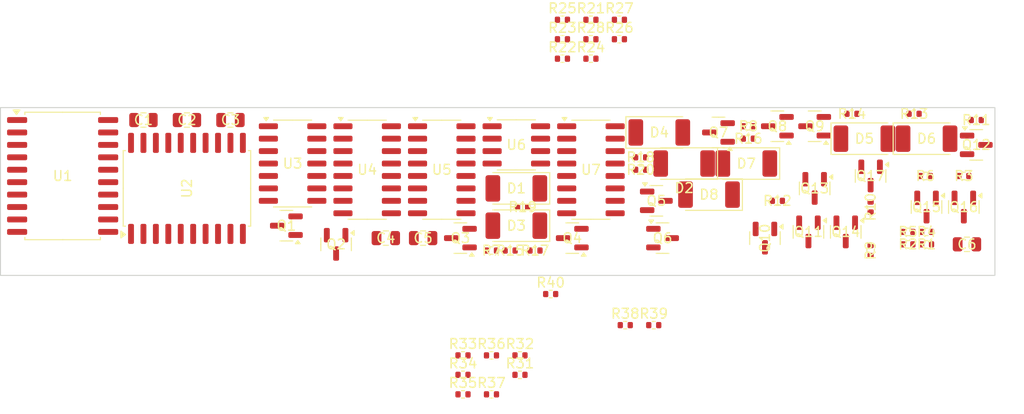
<source format=kicad_pcb>
(kicad_pcb (version 20240108) (generator "pcbnew") (generator_version "8.0")
  (layers (0 "F.Cu" signal) (31 "B.Cu" signal) (34 "B.Paste" user) (35 "F.Paste" user) (36 "B.SilkS" user "B.Silkscreen") (37 "F.SilkS" user "F.Silkscreen") (38 "B.Mask" user) (39 "F.Mask" user) (44 "Edge.Cuts" user))
  (net 0 "")
  (net 1 "+5V")
  (net 2 "GNDD")
  (net 3 "/V_{TTL}")
  (net 4 "/V_{TST}")
  (net 5 "Net-(D1-A)")
  (net 6 "Net-(D2-A)")
  (net 7 "Net-(D3-A)")
  (net 8 "Net-(D3-K)")
  (net 9 "Net-(D4-A)")
  (net 10 "Net-(D4-K)")
  (net 11 "Net-(D5-A)")
  (net 12 "/~{RESET}")
  (net 13 "/GNDDRV_{0}")
  (net 14 "/D_{0}")
  (net 15 "/D_{1}")
  (net 16 "/VDAC_EN_{0}")
  (net 17 "/VTST_EN_{0}")
  (net 18 "/D_{2}")
  (net 19 "/D_{3}")
  (net 20 "/TTL_HI_EN_{0}")
  (net 21 "/WR_{0}")
  (net 22 "/PU_EN_{0}")
  (net 23 "/D_{4}")
  (net 24 "/D_{5}")
  (net 25 "Net-(D5-K)")
  (net 26 "/D_{6}")
  (net 27 "/D_{7}")
  (net 28 "/PD_EN_{0}")
  (net 29 "/GNDDRV_{1}")
  (net 30 "/VDAC_EN_{1}")
  (net 31 "/VTST_EN_{1}")
  (net 32 "/TTL_CLK_EN_{0}")
  (net 33 "/WR_{1}")
  (net 34 "/PU_EN_{1}")
  (net 35 "Net-(D6-K)")
  (net 36 "Net-(D6-A)")
  (net 37 "/PD_EN_{1}")
  (net 38 "/I_{BIAS}_{1}")
  (net 39 "/I_{BIAS}_{0}")
  (net 40 "/ϕ_{0}")
  (net 41 "/ϕ_{1}")
  (net 42 "/CMP_{0}")
  (net 43 "/V_{TH}")
  (net 44 "/OUT_{1}")
  (net 45 "/OUT_{0}")
  (net 46 "/CMP_{1}")
  (net 47 "/V_{ADJ}")
  (net 48 "Net-(R19-Pad2)")
  (net 49 "Net-(R20-Pad2)")
  (net 50 "Net-(D7-A)")
  (net 51 "/VDAC_{0}")
  (net 52 "Net-(D8-A)")
  (net 53 "Net-(Q1-C)")
  (net 54 "Net-(Q1-B)")
  (net 55 "GNDA")
  (net 56 "-5V")
  (net 57 "Net-(Q2-C)")
  (net 58 "Net-(Q3-B)")
  (net 59 "Net-(Q4-E)")
  (net 60 "Net-(Q4-C)")
  (net 61 "Net-(Q5-B)")
  (net 62 "Net-(Q7-B)")
  (net 63 "Net-(Q8-E)")
  (net 64 "/V_{PU}")
  (net 65 "Net-(Q8-B)")
  (net 66 "/TTL_LO_EN_{0}")
  (net 67 "Net-(Q10-B)")
  (net 68 "Net-(Q11-B)")
  (net 69 "/TTL_HI_EN_{1}")
  (net 70 "/TTL_CLK_EN_{1}")
  (net 71 "Net-(Q12-C)")
  (net 72 "Net-(Q13-C)")
  (net 73 "Net-(R15-Pad1)")
  (net 74 "Net-(R16-Pad1)")
  (net 75 "/VDAC_{1}")
  (net 76 "Net-(Q14-E)")
  (net 77 "Net-(R27-Pad1)")
  (net 78 "/DRV_{0}")
  (net 79 "/DRV_{1}")
  (net 80 "Net-(R28-Pad1)")
  (net 81 "/TTL_LO_EN_{1}")
  (net 82 "Net-(Q15-B)")
  (net 83 "Net-(Q15-E)")
  (net 84 "Net-(Q16-E)")
  (net 85 "Net-(Q16-B)")
  (net 86 "Net-(Q17-E)")
  (net 87 "/V_{SR}")
  (net 88 "Net-(U4-Za)")
  (net 89 "Net-(U5-Za)")
  (net 90 "Net-(U7A-+)")
  (net 91 "Net-(U7B-+)")
  (net 92 "Net-(U7A--)")
  (net 93 "Net-(U7B--)")
  (net 94 "Net-(U7A-SET)")
  (net 95 "Net-(U7D--)")
  (net 96 "Net-(U7C--)")
  (footprint "Capacitor_SMD:C_0805_2012Metric" (layer "F.Cu") (at 79.0425 48.26)
    (property "Reference" "C3" (at 0 0 0) (layer "F.SilkS"))
    (property "Value" "C_Small")
    (pad "1" smd roundrect (at -0.95 0) (size 1 1.45) (layers "F.Cu" "F.Paste" "F.Mask") (net 1 "+5V"))
    (pad "2" smd roundrect (at 0.95 0) (size 1 1.45) (layers "F.Cu" "F.Paste" "F.Mask") (net 2 "GNDD"))
  )
  (footprint "Package_TO_SOT_SMD:SOT-23" (layer "F.Cu") (at 144.4475 53.975 -90)
    (property "Reference" "Q17" (at 0 0 180) (layer "F.SilkS"))
    (property "Value" "MMBT2222AL")
    (pad "1" smd roundrect (at -0.9375 -0.95 270) (size 1.475 0.6) (layers "F.Cu" "F.Paste" "F.Mask") (net 2 "GNDD"))
    (pad "2" smd roundrect (at -0.9375 0.95 270) (size 1.475 0.6) (layers "F.Cu" "F.Paste" "F.Mask") (net 86 "Net-(Q17-E)"))
    (pad "3" smd roundrect (at 0.9375 0 270) (size 1.475 0.6) (layers "F.Cu" "F.Paste" "F.Mask") (net 39 "/I_{BIAS}_{0}"))
  )
  (footprint "Resistor_SMD:R_0402_1005Metric" (layer "F.Cu") (at 120.9525 53.34)
    (property "Reference" "R20" (at 0 0 0) (layer "F.SilkS"))
    (property "Value" "2.7k")
    (pad "1" smd roundrect (at -0.51 0) (size 0.54 0.64) (layers "F.Cu" "F.Paste" "F.Mask") (net 10 "Net-(D4-K)"))
    (pad "2" smd roundrect (at 0.51 0) (size 0.54 0.64) (layers "F.Cu" "F.Paste" "F.Mask") (net 49 "Net-(R20-Pad2)"))
  )
  (footprint "Resistor_SMD:R_0402_1005Metric" (layer "F.Cu") (at 144.4475 57.15 90)
    (property "Reference" "R10" (at 0 0 90) (layer "F.SilkS"))
    (property "Value" "1k")
    (pad "1" smd roundrect (at -0.51 0 90) (size 0.54 0.64) (layers "F.Cu" "F.Paste" "F.Mask") (net 56 "-5V"))
    (pad "2" smd roundrect (at 0.51 0 90) (size 0.54 0.64) (layers "F.Cu" "F.Paste" "F.Mask") (net 86 "Net-(Q17-E)"))
  )
  (footprint "Resistor_SMD:R_0402_1005Metric" (layer "F.Cu") (at 110.1575 61.595)
    (property "Reference" "R17" (at 0 0 0) (layer "F.SilkS"))
    (property "Value" "2.7k")
    (pad "1" smd roundrect (at -0.51 0) (size 0.54 0.64) (layers "F.Cu" "F.Paste" "F.Mask") (net 45 "/OUT_{0}"))
    (pad "2" smd roundrect (at 0.51 0) (size 0.54 0.64) (layers "F.Cu" "F.Paste" "F.Mask") (net 8 "Net-(D3-K)"))
  )
  (footprint "Package_TO_SOT_SMD:SOT-23" (layer "F.Cu") (at 128.905 49.53 180)
    (property "Reference" "Q7" (at 0 0 0) (layer "F.SilkS"))
    (property "Value" "MMBT2907AL")
    (pad "1" smd roundrect (at -0.9375 -0.95 180) (size 1.475 0.6) (layers "F.Cu" "F.Paste" "F.Mask") (net 62 "Net-(Q7-B)"))
    (pad "2" smd roundrect (at -0.9375 0.95 180) (size 1.475 0.6) (layers "F.Cu" "F.Paste" "F.Mask") (net 64 "/V_{PU}"))
    (pad "3" smd roundrect (at 0.9375 0 180) (size 1.475 0.6) (layers "F.Cu" "F.Paste" "F.Mask") (net 9 "Net-(D4-A)"))
  )
  (footprint "Diode_SMD:D_MELF" (layer "F.Cu") (at 127.9375 55.88 180)
    (property "Reference" "D8" (at 0 0 180) (layer "F.SilkS"))
    (property "Value" "SM4001")
    (pad "1" smd roundrect (at -2.4 0 180) (size 1.5 2.7) (layers "F.Cu" "F.Paste" "F.Mask") (roundrect_rratio 0.1666666667) (net 44 "/OUT_{1}"))
    (pad "2" smd roundrect (at 2.4 0 180) (size 1.5 2.7) (layers "F.Cu" "F.Paste" "F.Mask") (roundrect_rratio 0.1666666667) (net 52 "Net-(D8-A)"))
  )
  (footprint "Package_TO_SOT_SMD:SOT-23" (layer "F.Cu") (at 138.0975 59.69 -90)
    (property "Reference" "Q11" (at 0 0 180) (layer "F.SilkS"))
    (property "Value" "MMBT2222AL")
    (pad "1" smd roundrect (at -0.9375 -0.95 270) (size 1.475 0.6) (layers "F.Cu" "F.Paste" "F.Mask") (net 68 "Net-(Q11-B)"))
    (pad "2" smd roundrect (at -0.9375 0.95 270) (size 1.475 0.6) (layers "F.Cu" "F.Paste" "F.Mask") (net 2 "GNDD"))
    (pad "3" smd roundrect (at 0.9375 0 270) (size 1.475 0.6) (layers "F.Cu" "F.Paste" "F.Mask") (net 79 "/DRV_{1}"))
  )
  (footprint "Diode_SMD:D_MELF" (layer "F.Cu") (at 122.8575 49.53)
    (property "Reference" "D4" (at 0 0 0) (layer "F.SilkS"))
    (property "Value" "BYM13-30")
    (pad "1" smd roundrect (at -2.4 0) (size 1.5 2.7) (layers "F.Cu" "F.Paste" "F.Mask") (roundrect_rratio 0.1666666667) (net 10 "Net-(D4-K)"))
    (pad "2" smd roundrect (at 2.4 0) (size 1.5 2.7) (layers "F.Cu" "F.Paste" "F.Mask") (roundrect_rratio 0.1666666667) (net 9 "Net-(D4-A)"))
  )
  (footprint "Resistor_SMD:R_0402_1005Metric" (layer "F.Cu") (at 108.6225 72.305)
    (property "Reference" "R32" (at 0 -1.17 0) (layer "F.SilkS"))
    (property "Value" "2.7k")
    (pad "1" smd roundrect (at -0.51 0) (size 0.54 0.64) (layers "F.Cu" "F.Paste" "F.Mask") (net 31 "/VTST_EN_{1}"))
    (pad "2" smd roundrect (at 0.51 0) (size 0.54 0.64) (layers "F.Cu" "F.Paste" "F.Mask") (net 53 "Net-(Q1-C)"))
  )
  (footprint "Resistor_SMD:R_0402_1005Metric" (layer "F.Cu") (at 102.8025 72.305)
    (property "Reference" "R33" (at 0 -1.17 0) (layer "F.SilkS"))
    (property "Value" "2.7k")
    (pad "1" smd roundrect (at -0.51 0) (size 0.54 0.64) (layers "F.Cu" "F.Paste" "F.Mask") (net 67 "Net-(Q10-B)"))
    (pad "2" smd roundrect (at 0.51 0) (size 0.54 0.64) (layers "F.Cu" "F.Paste" "F.Mask") (net 1 "+5V"))
  )
  (footprint "Capacitor_SMD:C_0805_2012Metric" (layer "F.Cu") (at 74.5975 48.26)
    (property "Reference" "C2" (at 0 0 0) (layer "F.SilkS"))
    (property "Value" "C_Small")
    (pad "1" smd roundrect (at -0.95 0) (size 1 1.45) (layers "F.Cu" "F.Paste" "F.Mask") (net 1 "+5V"))
    (pad "2" smd roundrect (at 0.95 0) (size 1 1.45) (layers "F.Cu" "F.Paste" "F.Mask") (net 2 "GNDD"))
  )
  (footprint "Resistor_SMD:R_0402_1005Metric" (layer "F.Cu") (at 111.76 66.04)
    (property "Reference" "R40" (at 0 -1.17 0) (layer "F.SilkS"))
    (property "Value" "1k")
    (pad "1" smd roundrect (at -0.51 0) (size 0.54 0.64) (layers "F.Cu" "F.Paste" "F.Mask") (net 94 "Net-(U7A-SET)"))
    (pad "2" smd roundrect (at 0.51 0) (size 0.54 0.64) (layers "F.Cu" "F.Paste" "F.Mask") (net 60 "Net-(Q4-C)"))
  )
  (footprint "Package_TO_SOT_SMD:SOT-23" (layer "F.Cu") (at 138.7325 48.895 180)
    (property "Reference" "Q9" (at 0 0 0) (layer "F.SilkS"))
    (property "Value" "MMBT2222AL")
    (pad "1" smd roundrect (at -0.9375 -0.95 180) (size 1.475 0.6) (layers "F.Cu" "F.Paste" "F.Mask") (net 63 "Net-(Q8-E)"))
    (pad "2" smd roundrect (at -0.9375 0.95 180) (size 1.475 0.6) (layers "F.Cu" "F.Paste" "F.Mask") (net 2 "GNDD"))
    (pad "3" smd roundrect (at 0.9375 0 180) (size 1.475 0.6) (layers "F.Cu" "F.Paste" "F.Mask") (net 65 "Net-(Q8-B)"))
  )
  (footprint "Diode_SMD:D_MELF" (layer "F.Cu") (at 108.2525 59.055 180)
    (property "Reference" "D3" (at 0 0 180) (layer "F.SilkS"))
    (property "Value" "BYM13-30")
    (pad "1" smd roundrect (at -2.4 0 180) (size 1.5 2.7) (layers "F.Cu" "F.Paste" "F.Mask") (roundrect_rratio 0.1666666667) (net 8 "Net-(D3-K)"))
    (pad "2" smd roundrect (at 2.4 0 180) (size 1.5 2.7) (layers "F.Cu" "F.Paste" "F.Mask") (roundrect_rratio 0.1666666667) (net 7 "Net-(D3-A)"))
  )
  (footprint "Capacitor_SMD:C_0805_2012Metric" (layer "F.Cu") (at 70.1525 48.26)
    (property "Reference" "C1" (at 0 0 0) (layer "F.SilkS"))
    (property "Value" "C_Small")
    (pad "1" smd roundrect (at -0.95 0) (size 1 1.45) (layers "F.Cu" "F.Paste" "F.Mask") (net 1 "+5V"))
    (pad "2" smd roundrect (at 0.95 0) (size 1 1.45) (layers "F.Cu" "F.Paste" "F.Mask") (net 2 "GNDD"))
  )
  (footprint "Resistor_SMD:R_0402_1005Metric" (layer "F.Cu") (at 122.29 69.215)
    (property "Reference" "R39" (at 0 -1.17 0) (layer "F.SilkS"))
    (property "Value" "1k")
    (pad "1" smd roundrect (at -0.51 0) (size 0.54 0.64) (layers "F.Cu" "F.Paste" "F.Mask") (net 57 "Net-(Q2-C)"))
    (pad "2" smd roundrect (at 0.51 0) (size 0.54 0.64) (layers "F.Cu" "F.Paste" "F.Mask") (net 4 "/V_{TST}"))
  )
  (footprint "Package_SO:SOIC-20W_7.5x12.8mm_P1.27mm" (layer "F.Cu") (at 61.8975 53.975)
    (property "Reference" "U1" (at 0 0 0) (layer "F.SilkS"))
    (property "Value" "74HCT273")
    (pad "1" smd roundrect (at -4.65 -5.715) (size 2.05 0.6) (layers "F.Cu" "F.Paste" "F.Mask") (net 12 "/~{RESET}"))
    (pad "2" smd roundrect (at -4.65 -4.445) (size 2.05 0.6) (layers "F.Cu" "F.Paste" "F.Mask") (net 13 "/GNDDRV_{0}"))
    (pad "3" smd roundrect (at -4.65 -3.175) (size 2.05 0.6) (layers "F.Cu" "F.Paste" "F.Mask") (net 14 "/D_{0}"))
    (pad "4" smd roundrect (at -4.65 -1.905) (size 2.05 0.6) (layers "F.Cu" "F.Paste" "F.Mask") (net 15 "/D_{1}"))
    (pad "5" smd roundrect (at -4.65 -0.635) (size 2.05 0.6) (layers "F.Cu" "F.Paste" "F.Mask") (net 16 "/VDAC_EN_{0}"))
    (pad "6" smd roundrect (at -4.65 0.635) (size 2.05 0.6) (layers "F.Cu" "F.Paste" "F.Mask") (net 17 "/VTST_EN_{0}"))
    (pad "7" smd roundrect (at -4.65 1.905) (size 2.05 0.6) (layers "F.Cu" "F.Paste" "F.Mask") (net 18 "/D_{2}"))
    (pad "8" smd roundrect (at -4.65 3.175) (size 2.05 0.6) (layers "F.Cu" "F.Paste" "F.Mask") (net 19 "/D_{3}"))
    (pad "9" smd roundrect (at -4.65 4.445) (size 2.05 0.6) (layers "F.Cu" "F.Paste" "F.Mask") (net 20 "/TTL_HI_EN_{0}"))
    (pad "10" smd roundrect (at -4.65 5.715) (size 2.05 0.6) (layers "F.Cu" "F.Paste" "F.Mask") (net 2 "GNDD"))
    (pad "11" smd roundrect (at 4.65 5.715) (size 2.05 0.6) (layers "F.Cu" "F.Paste" "F.Mask") (net 21 "/WR_{0}"))
    (pad "12" smd roundrect (at 4.65 4.445) (size 2.05 0.6) (layers "F.Cu" "F.Paste" "F.Mask") (net 22 "/PU_EN_{0}"))
    (pad "13" smd roundrect (at 4.65 3.175) (size 2.05 0.6) (layers "F.Cu" "F.Paste" "F.Mask") (net 23 "/D_{4}"))
    (pad "14" smd roundrect (at 4.65 1.905) (size 2.05 0.6) (layers "F.Cu" "F.Paste" "F.Mask") (net 24 "/D_{5}"))
    (pad "15" smd roundrect (at 4.65 0.635) (size 2.05 0.6) (layers "F.Cu" "F.Paste" "F.Mask") (net 66 "/TTL_LO_EN_{0}"))
    (pad "16" smd roundrect (at 4.65 -0.635) (size 2.05 0.6) (layers "F.Cu" "F.Paste" "F.Mask") (net 32 "/TTL_CLK_EN_{0}"))
    (pad "17" smd roundrect (at 4.65 -1.905) (size 2.05 0.6) (layers "F.Cu" "F.Paste" "F.Mask") (net 26 "/D_{6}"))
    (pad "18" smd roundrect (at 4.65 -3.175) (size 2.05 0.6) (layers "F.Cu" "F.Paste" "F.Mask") (net 27 "/D_{7}"))
    (pad "19" smd roundrect (at 4.65 -4.445) (size 2.05 0.6) (layers "F.Cu" "F.Paste" "F.Mask") (net 28 "/PD_EN_{0}"))
    (pad "20" smd roundrect (at 4.65 -5.715) (size 2.05 0.6) (layers "F.Cu" "F.Paste" "F.Mask") (net 1 "+5V"))
  )
  (footprint "Resistor_SMD:R_0402_1005Metric" (layer "F.Cu") (at 155.2425 48.26)
    (property "Reference" "R11" (at 0 0 0) (layer "F.SilkS"))
    (property "Value" "50")
    (pad "1" smd roundrect (at -0.51 0) (size 0.54 0.64) (layers "F.Cu" "F.Paste" "F.Mask") (net 45 "/OUT_{0}"))
    (pad "2" smd roundrect (at 0.51 0) (size 0.54 0.64) (layers "F.Cu" "F.Paste" "F.Mask") (net 71 "Net-(Q12-C)"))
  )
  (footprint "Resistor_SMD:R_0402_1005Metric" (layer "F.Cu") (at 105.7125 76.285)
    (property "Reference" "R37" (at 0 -1.17 0) (layer "F.SilkS"))
    (property "Value" "100k")
    (pad "1" smd roundrect (at -0.51 0) (size 0.54 0.64) (layers "F.Cu" "F.Paste" "F.Mask") (net 87 "/V_{SR}"))
    (pad "2" smd roundrect (at 0.51 0) (size 0.54 0.64) (layers "F.Cu" "F.Paste" "F.Mask") (net 59 "Net-(Q4-E)"))
  )
  (footprint "Package_TO_SOT_SMD:SOT-23" (layer "F.Cu") (at 153.9725 57.15 -90)
    (property "Reference" "Q16" (at 0 0 180) (layer "F.SilkS"))
    (property "Value" "MMBT2222AL")
    (pad "1" smd roundrect (at -0.9375 -0.95 270) (size 1.475 0.6) (layers "F.Cu" "F.Paste" "F.Mask") (net 85 "Net-(Q16-B)"))
    (pad "2" smd roundrect (at -0.9375 0.95 270) (size 1.475 0.6) (layers "F.Cu" "F.Paste" "F.Mask") (net 84 "Net-(Q16-E)"))
    (pad "3" smd roundrect (at 0.9375 0 270) (size 1.475 0.6) (layers "F.Cu" "F.Paste" "F.Mask") (net 3 "/V_{TTL}"))
  )
  (footprint "Package_TO_SOT_SMD:SOT-23" (layer "F.Cu") (at 141.9075 59.69 -90)
    (property "Reference" "Q14" (at 0 0 180) (layer "F.SilkS"))
    (property "Value" "MMBT2222AL")
    (pad "1" smd roundrect (at -0.9375 -0.95 270) (size 1.475 0.6) (layers "F.Cu" "F.Paste" "F.Mask") (net 2 "GNDD"))
    (pad "2" smd roundrect (at -0.9375 0.95 270) (size 1.475 0.6) (layers "F.Cu" "F.Paste" "F.Mask") (net 76 "Net-(Q14-E)"))
    (pad "3" smd roundrect (at 0.9375 0 270) (size 1.475 0.6) (layers "F.Cu" "F.Paste" "F.Mask") (net 38 "/I_{BIAS}_{1}"))
  )
  (footprint "Package_TO_SOT_SMD:SOT-23" (layer "F.Cu") (at 155.2425 50.8)
    (property "Reference" "Q12" (at 0 0 0) (layer "F.SilkS"))
    (property "Value" "MMBT2222AL")
    (pad "1" smd roundrect (at -0.9375 -0.95) (size 1.475 0.6) (layers "F.Cu" "F.Paste" "F.Mask") (net 36 "Net-(D6-A)"))
    (pad "2" smd roundrect (at -0.9375 0.95) (size 1.475 0.6) (layers "F.Cu" "F.Paste" "F.Mask") (net 2 "GNDD"))
    (pad "3" smd roundrect (at 0.9375 0) (size 1.475 0.6) (layers "F.Cu" "F.Paste" "F.Mask") (net 71 "Net-(Q12-C)"))
  )
  (footprint "Resistor_SMD:R_0402_1005Metric" (layer "F.Cu") (at 107.6175 61.595 180)
    (property "Reference" "R15" (at 0 0 0) (layer "F.SilkS"))
    (property "Value" "10k")
    (pad "1" smd roundrect (at -0.51 0 180) (size 0.54 0.64) (layers "F.Cu" "F.Paste" "F.Mask") (net 73 "Net-(R15-Pad1)"))
    (pad "2" smd roundrect (at 0.51 0 180) (size 0.54 0.64) (layers "F.Cu" "F.Paste" "F.Mask") (net 58 "Net-(Q3-B)"))
  )
  (footprint "Resistor_SMD:R_0402_1005Metric" (layer "F.Cu") (at 102.8025 74.295)
    (property "Reference" "R34" (at 0 -1.17 0) (layer "F.SilkS"))
    (property "Value" "2.7k")
    (pad "1" smd roundrect (at -0.51 0) (size 0.54 0.64) (layers "F.Cu" "F.Paste" "F.Mask") (net 68 "Net-(Q11-B)"))
    (pad "2" smd roundrect (at 0.51 0) (size 0.54 0.64) (layers "F.Cu" "F.Paste" "F.Mask") (net 1 "+5V"))
  )
  (footprint "Resistor_SMD:R_0402_1005Metric" (layer "F.Cu") (at 115.8725 38.015)
    (property "Reference" "R21" (at 0 -1.17 0) (layer "F.SilkS"))
    (property "Value" "2k")
    (pad "1" smd roundrect (at -0.51 0) (size 0.54 0.64) (layers "F.Cu" "F.Paste" "F.Mask") (net 90 "Net-(U7A-+)"))
    (pad "2" smd roundrect (at 0.51 0) (size 0.54 0.64) (layers "F.Cu" "F.Paste" "F.Mask") (net 51 "/VDAC_{0}"))
  )
  (footprint "Package_TO_SOT_SMD:SOT-23" (layer "F.Cu") (at 84.7575 59.055 180)
    (property "Reference" "Q1" (at 0 0 0) (layer "F.SilkS"))
    (property "Value" "MMBT2222AL")
    (pad "1" smd roundrect (at -0.9375 -0.95 180) (size 1.475 0.6) (layers "F.Cu" "F.Paste" "F.Mask") (net 54 "Net-(Q1-B)"))
    (pad "2" smd roundrect (at -0.9375 0.95 180) (size 1.475 0.6) (layers "F.Cu" "F.Paste" "F.Mask") (net 2 "GNDD"))
    (pad "3" smd roundrect (at 0.9375 0 180) (size 1.475 0.6) (layers "F.Cu" "F.Paste" "F.Mask") (net 53 "Net-(Q1-C)"))
  )
  (footprint "Resistor_SMD:R_0402_1005Metric" (layer "F.Cu") (at 112.9625 38.015)
    (property "Reference" "R25" (at 0 -1.17 0) (layer "F.SilkS"))
    (property "Value" "13k")
    (pad "1" smd roundrect (at -0.51 0) (size 0.54 0.64) (layers "F.Cu" "F.Paste" "F.Mask") (net 92 "Net-(U7A--)"))
    (pad "2" smd roundrect (at 0.51 0) (size 0.54 0.64) (layers "F.Cu" "F.Paste" "F.Mask") (net 78 "/DRV_{0}"))
  )
  (footprint "Package_SO:SOIC-14_3.9x8.7mm_P1.27mm" (layer "F.Cu") (at 85.3925 52.705)
    (property "Reference" "U3" (at 0 0 0) (layer "F.SilkS"))
    (property "Value" "7406")
    (pad "1" smd roundrect (at -2.475 -3.81) (size 1.95 0.6) (layers "F.Cu" "F.Paste" "F.Mask") (net 22 "/PU_EN_{0}"))
    (pad "2" smd roundrect (at -2.475 -2.54) (size 1.95 0.6) (layers "F.Cu" "F.Paste" "F.Mask") (net 73 "Net-(R15-Pad1)"))
    (pad "3" smd roundrect (at -2.475 -1.27) (size 1.95 0.6) (layers "F.Cu" "F.Paste" "F.Mask") (net 16 "/VDAC_EN_{0}"))
    (pad "4" smd roundrect (at -2.475 0) (size 1.95 0.6) (layers "F.Cu" "F.Paste" "F.Mask") (net 67 "Net-(Q10-B)"))
    (pad "5" smd roundrect (at -2.475 1.27) (size 1.95 0.6) (layers "F.Cu" "F.Paste" "F.Mask") (net 30 "/VDAC_EN_{1}"))
    (pad "6" smd roundrect (at -2.475 2.54) (size 1.95 0.6) (layers "F.Cu" "F.Paste" "F.Mask") (net 68 "Net-(Q11-B)"))
    (pad "7" smd roundrect (at -2.475 3.81) (size 1.95 0.6) (layers "F.Cu" "F.Paste" "F.Mask") (net 2 "GNDD"))
    (pad "8" smd roundrect (at 2.475 3.81) (size 1.95 0.6) (layers "F.Cu" "F.Paste" "F.Mask") (net 74 "Net-(R16-Pad1)"))
    (pad "9" smd roundrect (at 2.475 2.54) (size 1.95 0.6) (layers "F.Cu" "F.Paste" "F.Mask") (net 34 "/PU_EN_{1}"))
    (pad "10" smd roundrect (at 2.475 1.27) (size 1.95 0.6) (layers "F.Cu" "F.Paste" "F.Mask") (net 49 "Net-(R20-Pad2)"))
    (pad "11" smd roundrect (at 2.475 0) (size 1.95 0.6) (layers "F.Cu" "F.Paste" "F.Mask") (net 37 "/PD_EN_{1}"))
    (pad "12" smd roundrect (at 2.475 -1.27) (size 1.95 0.6) (layers "F.Cu" "F.Paste" "F.Mask") (net 48 "Net-(R19-Pad2)"))
    (pad "13" smd roundrect (at 2.475 -2.54) (size 1.95 0.6) (layers "F.Cu" "F.Paste" "F.Mask") (net 28 "/PD_EN_{0}"))
    (pad "14" smd roundrect (at 2.475 -3.81) (size 1.95 0.6) (layers "F.Cu" "F.Paste" "F.Mask") (net 1 "+5V"))
  )
  (footprint "Resistor_SMD:R_0402_1005Metric" (layer "F.Cu") (at 120.9525 52.07 180)
    (property "Reference" "R18" (at 0 0 0) (layer "F.SilkS"))
    (property "Value" "2.7k")
    (pad "1" smd roundrect (at -0.51 0 180) (size 0.54 0.64) (layers "F.Cu" "F.Paste" "F.Mask") (net 44 "/OUT_{1}"))
    (pad "2" smd roundrect (at 0.51 0 180) (size 0.54 0.64) (layers "F.Cu" "F.Paste" "F.Mask") (net 10 "Net-(D4-K)"))
  )
  (footprint "Resistor_SMD:R_0402_1005Metric" (layer "F.Cu") (at 118.7825 40.005)
    (property "Reference" "R26" (at 0 -1.17 0) (layer "F.SilkS"))
    (property "Value" "13k")
    (pad "1" smd roundrect (at -0.51 0) (size 0.54 0.64) (layers "F.Cu" "F.Paste" "F.Mask") (net 79 "/DRV_{1}"))
    (pad "2" smd roundrect (at 0.51 0) (size 0.54 0.64) (layers "F.Cu" "F.Paste" "F.Mask") (net 93 "Net-(U7B--)"))
  )
  (footprint "Package_TO_SOT_SMD:SOT-23" (layer "F.Cu") (at 102.5375 60.325 180)
    (property "Reference" "Q3" (at 0 0 0) (layer "F.SilkS"))
    (property "Value" "MMBT2907AL")
    (pad "1" smd roundrect (at -0.9375 -0.95 180) (size 1.475 0.6) (layers "F.Cu" "F.Paste" "F.Mask") (net 58 "Net-(Q3-B)"))
    (pad "2" smd roundrect (at -0.9375 0.95 180) (size 1.475 0.6) (layers "F.Cu" "F.Paste" "F.Mask") (net 64 "/V_{PU}"))
    (pad "3" smd roundrect (at 0.9375 0 180) (size 1.475 0.6) (layers "F.Cu" "F.Paste" "F.Mask") (net 7 "Net-(D3-A)"))
  )
  (footprint "Resistor_SMD:R_0402_1005Metric" (layer "F.Cu") (at 148.2575 60.96 180)
    (property "Reference" "R2" (at 0 0 0) (layer "F.SilkS"))
    (property "Value" "100")
    (pad "1" smd roundrect (at -0.51 0 180) (size 0.54 0.64) (layers "F.Cu" "F.Paste" "F.Mask") (net 88 "Net-(U4-Za)"))
    (pad "2" smd roundrect (at 0.51 0 180) (size 0.54 0.64) (layers "F.Cu" "F.Paste" "F.Mask") (net 85 "Net-(Q16-B)"))
  )
  (footprint "Package_SO:SOIC-16_3.9x9.9mm_P1.27mm" (layer "F.Cu") (at 100.6325 53.34)
    (property "Reference" "U5" (at 0 0 0) (layer "F.SilkS"))
    (property "Value" "74HCT153")
    (pad "1" smd roundrect (at -2.475 -4.445) (size 1.95 0.6) (layers "F.Cu" "F.Paste" "F.Mask") (net 2 "GNDD"))
    (pad "2" smd roundrect (at -2.475 -3.175) (size 1.95 0.6) (layers "F.Cu" "F.Paste" "F.Mask") (net 70 "/TTL_CLK_EN_{1}"))
    (pad "3" smd roundrect (at -2.475 -1.905) (size 1.95 0.6) (layers "F.Cu" "F.Paste" "F.Mask") (net 41 "/ϕ_{1}"))
    (pad "4" smd roundrect (at -2.475 -0.635) (size 1.95 0.6) (layers "F.Cu" "F.Paste" "F.Mask") (net 40 "/ϕ_{0}"))
    (pad "5" smd roundrect (at -2.475 0.635) (size 1.95 0.6) (layers "F.Cu" "F.Paste" "F.Mask") (net 69 "/TTL_HI_EN_{1}"))
    (pad "6" smd roundrect (at -2.475 1.905) (size 1.95 0.6) (layers "F.Cu" "F.Paste" "F.Mask") (net 69 "/TTL_HI_EN_{1}"))
    (pad "7" smd roundrect (at -2.475 3.175) (size 1.95 0.6) (layers "F.Cu" "F.Paste" "F.Mask") (net 89 "Net-(U5-Za)"))
    (pad "8" smd roundrect (at -2.475 4.445) (size 1.95 0.6) (layers "F.Cu" "F.Paste" "F.Mask") (net 2 "GNDD"))
    (pad "9" smd roundrect (at 2.475 4.445) (size 1.95 0.6) (layers "F.Cu" "F.Paste" "F.Mask") (net 25 "Net-(D5-K)"))
    (pad "10" smd roundrect (at 2.475 3.175) (size 1.95 0.6) (layers "F.Cu" "F.Paste" "F.Mask") (net 81 "/TTL_LO_EN_{1}"))
    (pad "11" smd roundrect (at 2.475 1.905) (size 1.95 0.6) (layers "F.Cu" "F.Paste" "F.Mask") (net 81 "/TTL_LO_EN_{1}"))
    (pad "12" smd roundrect (at 2.475 0.635) (size 1.95 0.6) (layers "F.Cu" "F.Paste" "F.Mask") (net 41 "/ϕ_{1}"))
    (pad "13" smd roundrect (at 2.475 -0.635) (size 1.95 0.6) (layers "F.Cu" "F.Paste" "F.Mask") (net 40 "/ϕ_{0}"))
    (pad "14" smd roundrect (at 2.475 -1.905) (size 1.95 0.6) (layers "F.Cu" "F.Paste" "F.Mask") (net 81 "/TTL_LO_EN_{1}"))
    (pad "15" smd roundrect (at 2.475 -3.175) (size 1.95 0.6) (layers "F.Cu" "F.Paste" "F.Mask") (net 2 "GNDD"))
    (pad "16" smd roundrect (at 2.475 -4.445) (size 1.95 0.6) (layers "F.Cu" "F.Paste" "F.Mask") (net 1 "+5V"))
  )
  (footprint "Capacitor_SMD:C_0805_2012Metric" (layer "F.Cu") (at 98.7275 60.325)
    (property "Reference" "C5" (at 0 0 0) (layer "F.SilkS"))
    (property "Value" "C_Small")
    (pad "1" smd roundrect (at -0.95 0) (size 1 1.45) (layers "F.Cu" "F.Paste" "F.Mask") (net 1 "+5V"))
    (pad "2" smd roundrect (at 0.95 0) (size 1 1.45) (layers "F.Cu" "F.Paste" "F.Mask") (net 2 "GNDD"))
  )
  (footprint "Package_TO_SOT_SMD:SOT-23" (layer "F.Cu") (at 123.19 60.325)
    (property "Reference" "Q6" (at 0 0 0) (layer "F.SilkS"))
    (property "Value" "BCW67C")
    (pad "1" smd roundrect (at -0.9375 -0.95) (size 1.475 0.6) (layers "F.Cu" "F.Paste" "F.Mask") (net 57 "Net-(Q2-C)"))
    (pad "2" smd roundrect (at -0.9375 0.95) (size 1.475 0.6) (layers "F.Cu" "F.Paste" "F.Mask") (net 4 "/V_{TST}"))
    (pad "3" smd roundrect (at 0.9375 0) (size 1.475 0.6) (layers "F.Cu" "F.Paste" "F.Mask") (net 52 "Net-(D8-A)"))
  )
  (footprint "Resistor_SMD:R_0402_1005Metric" (layer "F.Cu") (at 148.2575 59.69 180)
    (property "Reference" "R5" (at 0 0 0) (layer "F.SilkS"))
    (property "Value" "100")
    (pad "1" smd roundrect (at -0.51 0 180) (size 0.54 0.64) (layers "F.Cu" "F.Paste" "F.Mask") (net 89 "Net-(U5-Za)"))
    (pad "2" smd roundrect (at 0.51 0 180) (size 0.54 0.64) (layers "F.Cu" "F.Paste" "F.Mask") (net 82 "Net-(Q15-B)"))
  )
  (footprint "Resistor_SMD:R_0402_1005Metric" (layer "F.Cu") (at 134.9225 56.515)
    (property "Reference" "R12" (at 0 0 0) (layer "F.SilkS"))
    (property "Value" "50")
    (pad "1" smd roundrect (at -0.51 0) (size 0.54 0.64) (layers "F.Cu" "F.Paste" "F.Mask") (net 44 "/OUT_{1}"))
    (pad "2" smd roundrect (at 0.51 0) (size 0.54 0.64) (layers "F.Cu" "F.Paste" "F.Mask") (net 72 "Net-(Q13-C)"))
  )
  (footprint "Diode_SMD:D_MELF" (layer "F.Cu") (at 150.1625 50.165)
    (property "Reference" "D6" (at 0 0 0) (layer "F.SilkS"))
    (property "Value" "BYM13-30")
    (pad "1" smd roundrect (at -2.4 0) (size 1.5 2.7) (layers "F.Cu" "F.Paste" "F.Mask") (roundrect_rratio 0.1666666667) (net 35 "Net-(D6-K)"))
    (pad "2" smd roundrect (at 2.4 0) (size 1.5 2.7) (layers "F.Cu" "F.Paste" "F.Mask") (roundrect_rratio 0.1666666667) (net 36 "Net-(D6-A)"))
  )
  (footprint "Package_SO:SOIC-8_3.9x4.9mm_P1.27mm" (layer "F.Cu") (at 108.2525 50.8)
    (property "Reference" "U6" (at 0 0 0) (layer "F.SilkS"))
    (property "Value" "LM393")
    (pad "1" smd roundrect (at -2.475 -1.905) (size 1.95 0.6) (layers "F.Cu" "F.Paste" "F.Mask") (net 46 "/CMP_{1}"))
    (pad "2" smd roundrect (at -2.475 -0.635) (size 1.95 0.6) (layers "F.Cu" "F.Paste" "F.Mask") (net 43 "/V_{TH}"))
    (pad "3" smd roundrect (at -2.475 0.635) (size 1.95 0.6) (layers "F.Cu" "F.Paste" "F.Mask") (net 44 "/OUT_{1}"))
    (pad "4" smd roundrect (at -2.475 1.905) (size 1.95 0.6) (layers "F.Cu" "F.Paste" "F.Mask") (net 2 "GNDD"))
    (pad "5" smd roundrect (at 2.475 1.905) (size 1.95 0.6) (layers "F.Cu" "F.Paste" "F.Mask") (net 45 "/OUT_{0}"))
    (pad "6" smd roundrect (at 2.475 0.635) (size 1.95 0.6) (layers "F.Cu" "F.Paste" "F.Mask") (net 43 "/V_{TH}"))
    (pad "7" smd roundrect (at 2.475 -0.635) (size 1.95 0.6) (layers "F.Cu" "F.Paste" "F.Mask") (net 42 "/CMP_{0}"))
    (pad "8" smd roundrect (at 2.475 -1.905) (size 1.95 0.6) (layers "F.Cu" "F.Paste" "F.Mask") (net 47 "/V_{ADJ}"))
  )
  (footprint "Resistor_SMD:R_0402_1005Metric" (layer "F.Cu") (at 118.7825 38.015)
    (property "Reference" "R27" (at 0 -1.17 0) (layer "F.SilkS"))
    (property "Value" "5k")
    (pad "1" smd roundrect (at -0.51 0) (size 0.54 0.64) (layers "F.Cu" "F.Paste" "F.Mask") (net 77 "Net-(R27-Pad1)"))
    (pad "2" smd roundrect (at 0.51 0) (size 0.54 0.64) (layers "F.Cu" "F.Paste" "F.Mask") (net 78 "/DRV_{0}"))
  )
  (footprint "Resistor_SMD:R_0402_1005Metric" (layer "F.Cu") (at 144.4475 61.595 90)
    (property "Reference" "R9" (at 0 0 90) (layer "F.SilkS"))
    (property "Value" "1k")
    (pad "1" smd roundrect (at -0.51 0 90) (size 0.54 0.64) (layers "F.Cu" "F.Paste" "F.Mask") (net 56 "-5V"))
    (pad "2" smd roundrect (at 0.51 0 90) (size 0.54 0.64) (layers "F.Cu" "F.Paste" "F.Mask") (net 76 "Net-(Q14-E)"))
  )
  (footprint "Resistor_SMD:R_0402_1005Metric" (layer "F.Cu") (at 115.8725 40.005)
    (property "Reference" "R28" (at 0 -1.17 0) (layer "F.SilkS"))
    (property "Value" "5k")
    (pad "1" smd roundrect (at -0.51 0) (size 0.54 0.64) (layers "F.Cu" "F.Paste" "F.Mask") (net 80 "Net-(R28-Pad1)"))
    (pad "2" smd roundrect (at 0.51 0) (size 0.54 0.64) (layers "F.Cu" "F.Paste" "F.Mask") (net 79 "/DRV_{1}"))
  )
  (footprint "Package_TO_SOT_SMD:SOT-23" (layer "F.Cu") (at 138.7325 55.245 -90)
    (property "Reference" "Q13" (at 0 0 180) (layer "F.SilkS"))
    (property "Value" "MMBT2222AL")
    (pad "1" smd roundrect (at -0.9375 -0.95 270) (size 1.475 0.6) (layers "F.Cu" "F.Paste" "F.Mask") (net 11 "Net-(D5-A)"))
    (pad "2" smd roundrect (at -0.9375 0.95 270) (size 1.475 0.6) (layers "F.Cu" "F.Paste" "F.Mask") (net 2 "GNDD"))
    (pad "3" smd roundrect (at 0.9375 0 270) (size 1.475 0.6) (layers "F.Cu" "F.Paste" "F.Mask") (net 72 "Net-(Q13-C)"))
  )
  (footprint "Resistor_SMD:R_0402_1005Metric" (layer "F.Cu") (at 150.1625 59.69)
    (property "Reference" "R4" (at 0 0 0) (layer "F.SilkS"))
    (property "Value" "9.95k")
    (pad "1" smd roundrect (at -0.51 0) (size 0.54 0.64) (layers "F.Cu" "F.Paste" "F.Mask") (net 89 "Net-(U5-Za)"))
    (pad "2" smd roundrect (at 0.51 0) (size 0.54 0.64) (layers "F.Cu" "F.Paste" "F.Mask") (net 3 "/V_{TTL}"))
  )
  (footprint "Diode_SMD:D_MELF" (layer "F.Cu") (at 131.7475 52.705 180)
    (property "Reference" "D7" (at 0 0 180) (layer "F.SilkS"))
    (property "Value" "SM4001")
    (pad "1" smd roundrect (at -2.4 0 180) (size 1.5 2.7) (layers "F.Cu" "F.Paste" "F.Mask") (roundrect_rratio 0.1666666667) (net 45 "/OUT_{0}"))
    (pad "2" smd roundrect (at 2.4 0 180) (size 1.5 2.7) (layers "F.Cu" "F.Paste" "F.Mask") (roundrect_rratio 0.1666666667) (net 50 "Net-(D7-A)"))
  )
  (footprint "Package_TO_SOT_SMD:SOT-23" (layer "F.Cu") (at 133.6525 60.325 -90)
    (property "Reference" "Q10" (at 0 0 90) (layer "F.SilkS"))
    (property "Value" "MMBT2222AL")
    (pad "1" smd roundrect (at -0.9375 -0.95 270) (size 1.475 0.6) (layers "F.Cu" "F.Paste" "F.Mask") (net 67 "Net-(Q10-B)"))
    (pad "2" smd roundrect (at -0.9375 0.95 270) (size 1.475 0.6) (layers "F.Cu" "F.Paste" "F.Mask") (net 2 "GNDD"))
    (pad "3" smd roundrect (at 0.9375 0 270) (size 1.475 0.6) (layers "F.Cu" "F.Paste" "F.Mask") (net 78 "/DRV_{0}"))
  )
  (footprint "Resistor_SMD:R_0402_1005Metric" (layer "F.Cu") (at 115.8725 41.995)
    (property "Reference" "R24" (at 0 -1.17 0) (layer "F.SilkS"))
    (property "Value" "2k")
    (pad "1" smd roundrect (at -0.51 0) (size 0.54 0.64) (layers "F.Cu" "F.Paste" "F.Mask") (net 93 "Net-(U7B--)"))
    (pad "2" smd roundrect (at 0.51 0) (size 0.54 0.64) (layers "F.Cu" "F.Paste" "F.Mask") (net 55 "GNDA"))
  )
  (footprint "Resistor_SMD:R_0402_1005Metric" (layer "F.Cu") (at 105.7125 61.595 180)
    (property "Reference" "R7" (at 0 0 0) (layer "F.SilkS"))
    (property "Value" "10k")
    (pad "1" smd roundrect (at -0.51 0 180) (size 0.54 0.64) (layers "F.Cu" "F.Paste" "F.Mask") (net 58 "Net-(Q3-B)"))
    (pad "2" smd roundrect (at 0.51 0 180) (size 0.54 0.64) (layers "F.Cu" "F.Paste" "F.Mask") (net 64 "/V_{PU}"))
  )
  (footprint "Resistor_SMD:R_0402_1005Metric" (layer "F.Cu") (at 131.955 50.165 180)
    (property "Reference" "R16" (at 0 0 0) (layer "F.SilkS"))
    (property "Value" "10k")
    (pad "1" smd roundrect (at -0.51 0 180) (size 0.54 0.64) (layers "F.Cu" "F.Paste" "F.Mask") (net 74 "Net-(R16-Pad1)"))
    (pad "2" smd roundrect (at 0.51 0 180) (size 0.54 0.64) (layers "F.Cu" "F.Paste" "F.Mask") (net 62 "Net-(Q7-B)"))
  )
  (footprint "Diode_SMD:D_MELF" (layer "F.Cu") (at 108.2525 55.245 180)
    (property "Reference" "D1" (at 0 0 180) (layer "F.SilkS"))
    (property "Value" "BYM13-30")
    (pad "1" smd roundrect (at -2.4 0 180) (size 1.5 2.7) (layers "F.Cu" "F.Paste" "F.Mask") (roundrect_rratio 0.1666666667) (net 45 "/OUT_{0}"))
    (pad "2" smd roundrect (at 2.4 0 180) (size 1.5 2.7) (layers "F.Cu" "F.Paste" "F.Mask") (roundrect_rratio 0.1666666667) (net 5 "Net-(D1-A)"))
  )
  (footprint "Resistor_SMD:R_0402_1005Metric" (layer "F.Cu") (at 108.8875 57.15 180)
    (property "Reference" "R19" (at 0 0 0) (layer "F.SilkS"))
    (property "Value" "2.7k")
    (pad "1" smd roundrect (at -0.51 0 180) (size 0.54 0.64) (layers "F.Cu" "F.Paste" "F.Mask") (net 8 "Net-(D3-K)"))
    (pad "2" smd roundrect (at 0.51 0 180) (size 0.54 0.64) (layers "F.Cu" "F.Paste" "F.Mask") (net 48 "Net-(R19-Pad2)"))
  )
  (footprint "Capacitor_SMD:C_0805_2012Metric" (layer "F.Cu") (at 94.9175 60.325)
    (property "Reference" "C4" (at 0 0 0) (layer "F.SilkS"))
    (property "Value" "C_Small")
    (pad "1" smd roundrect (at -0.95 0) (size 1 1.45) (layers "F.Cu" "F.Paste" "F.Mask") (net 1 "+5V"))
    (pad "2" smd roundrect (at 0.95 0) (size 1 1.45) (layers "F.Cu" "F.Paste" "F.Mask") (net 2 "GNDD"))
  )
  (footprint "Resistor_SMD:R_0402_1005Metric" (layer "F.Cu") (at 150.1625 60.96)
    (property "Reference" "R1" (at 0 0 0) (layer "F.SilkS"))
    (property "Value" "9.95k")
    (pad "1" smd roundrect (at -0.51 0) (size 0.54 0.64) (layers "F.Cu" "F.Paste" "F.Mask") (net 88 "Net-(U4-Za)"))
    (pad "2" smd roundrect (at 0.51 0) (size 0.54 0.64) (layers "F.Cu" "F.Paste" "F.Mask") (net 3 "/V_{TTL}"))
  )
  (footprint "Resistor_SMD:R_0402_1005Metric" (layer "F.Cu") (at 150.0375 53.975)
    (property "Reference" "R6" (at 0 0 0) (layer "F.SilkS"))
    (property "Value" "8.4")
    (pad "1" smd roundrect (at -0.51 0) (size 0.54 0.64) (layers "F.Cu" "F.Paste" "F.Mask") (net 83 "Net-(Q15-E)"))
    (pad "2" smd roundrect (at 0.51 0) (size 0.54 0.64) (layers "F.Cu" "F.Paste" "F.Mask") (net 6 "Net-(D2-A)"))
  )
  (footprint "Resistor_SMD:R_0402_1005Metric" (layer "F.Cu") (at 105.7125 72.305)
    (property "Reference" "R36" (at 0 -1.17 0) (layer "F.SilkS"))
    (property "Value" "68")
    (pad "1" smd roundrect (at -0.51 0) (size 0.54 0.64) (layers "F.Cu" "F.Paste" "F.Mask") (net 54 "Net-(Q1-B)"))
    (pad "2" smd roundrect (at 0.51 0) (size 0.54 0.64) (layers "F.Cu" "F.Paste" "F.Mask") (net 2 "GNDD"))
  )
  (footprint "Package_SO:SOIC-16_3.9x9.9mm_P1.27mm" (layer "F.Cu") (at 93.0125 53.34)
    (property "Reference" "U4" (at 0 0 0) (layer "F.SilkS"))
    (property "Value" "74HCT153")
    (pad "1" smd roundrect (at -2.475 -4.445) (size 1.95 0.6) (layers "F.Cu" "F.Paste" "F.Mask") (net 2 "GNDD"))
    (pad "2" smd roundrect (at -2.475 -3.175) (size 1.95 0.6) (layers "F.Cu" "F.Paste" "F.Mask") (net 32 "/TTL_CLK_EN_{0}"))
    (pad "3" smd roundrect (at -2.475 -1.905) (size 1.95 0.6) (layers "F.Cu" "F.Paste" "F.Mask") (net 41 "/ϕ_{1}"))
    (pad "4" smd roundrect (at -2.475 -0.635) (size 1.95 0.6) (layers "F.Cu" "F.Paste" "F.Mask") (net 40 "/ϕ_{0}"))
    (pad "5" smd roundrect (at -2.475 0.635) (size 1.95 0.6) (layers "F.Cu" "F.Paste" "F.Mask") (net 20 "/TTL_HI_EN_{0}"))
    (pad "6" smd roundrect (at -2.475 1.905) (size 1.95 0.6) (layers "F.Cu" "F.Paste" "F.Mask") (net 20 "/TTL_HI_EN_{0}"))
    (pad "7" smd roundrect (at -2.475 3.175) (size 1.95 0.6) (layers "F.Cu" "F.Paste" "F.Mask") (net 88 "Net-(U4-Za)"))
    (pad "8" smd roundrect (at -2.475 4.445) (size 1.95 0.6) (layers "F.Cu" "F.Paste" "F.Mask") (net 2 "GNDD"))
    (pad "9" smd roundrect (at 2.475 4.445) (size 1.95 0.6) (layers "F.Cu" "F.Paste" "F.Mask") (net 35 "Net-(D6-K)"))
    (pad "10" smd roundrect (at 2.475 3.175) (size 1.95 0.6) (layers "F.Cu" "F.Paste" "F.Mask") (net 66 "/TTL_LO_EN_{0}"))
    (pad "11" smd roundrect (at 2.475 1.905) (size 1.95 0.6) (layers "F.Cu" "F.Paste" "F.Mask") (net 66 "/TTL_LO_EN_{0}"))
    (pad "12" smd roundrect (at 2.475 0.635) (size 1.95 0.6) (layers "F.Cu" "F.Paste" "F.Mask") (net 41 "/ϕ_{1}"))
    (pad "13" smd roundrect (at 2.475 -0.635) (size 1.95 0.6) (layers "F.Cu" "F.Paste" "F.Mask") (net 40 "/ϕ_{0}"))
    (pad "14" smd roundrect (at 2.475 -1.905) (size 1.95 0.6) (layers "F.Cu" "F.Paste" "F.Mask") (net 66 "/TTL_LO_EN_{0}"))
    (pad "15" smd roundrect (at 2.475 -3.175) (size 1.95 0.6) (layers "F.Cu" "F.Paste" "F.Mask") (net 2 "GNDD"))
    (pad "16" smd roundrect (at 2.475 -4.445) (size 1.95 0.6) (layers "F.Cu" "F.Paste" "F.Mask") (net 1 "+5V"))
  )
  (footprint "Resistor_SMD:R_0402_1005Metric" (layer "F.Cu") (at 112.9625 40.005)
    (property "Reference" "R23" (at 0 -1.17 0) (layer "F.SilkS"))
    (property "Value" "2k")
    (pad "1" smd roundrect (at -0.51 0) (size 0.54 0.64) (layers "F.Cu" "F.Paste" "F.Mask") (net 92 "Net-(U7A--)"))
    (pad "2" smd roundrect (at 0.51 0) (size 0.54 0.64) (layers "F.Cu" "F.Paste" "F.Mask") (net 55 "GNDA"))
  )
  (footprint "Resistor_SMD:R_0402_1005Metric" (layer "F.Cu") (at 119.38 69.215)
    (property "Reference" "R38" (at 0 -1.17 0) (layer "F.SilkS"))
    (property "Value" "1k")
    (pad "1" smd roundrect (at -0.51 0) (size 0.54 0.64) (layers "F.Cu" "F.Paste" "F.Mask") (net 61 "Net-(Q5-B)"))
    (pad "2" smd roundrect (at 0.51 0) (size 0.54 0.64) (layers "F.Cu" "F.Paste" "F.Mask") (net 4 "/V_{TST}"))
  )
  (footprint "Resistor_SMD:R_0402_1005Metric" (layer "F.Cu") (at 108.6225 74.295)
    (property "Reference" "R31" (at 0 -1.17 0) (layer "F.SilkS"))
    (property "Value" "2.7k")
    (pad "1" smd roundrect (at -0.51 0) (size 0.54 0.64) (layers "F.Cu" "F.Paste" "F.Mask") (net 17 "/VTST_EN_{0}"))
    (pad "2" smd roundrect (at 0.51 0) (size 0.54 0.64) (layers "F.Cu" "F.Paste" "F.Mask") (net 65 "Net-(Q8-B)"))
  )
  (footprint "Resistor_SMD:R_0402_1005Metric" (layer "F.Cu") (at 148.8925 47.625)
    (property "Reference" "R13" (at 0 0 0) (layer "F.SilkS"))
    (property "Value" "1k")
    (pad "1" smd roundrect (at -0.51 0) (size 0.54 0.64) (layers "F.Cu" "F.Paste" "F.Mask") (net 35 "Net-(D6-K)"))
    (pad "2" smd roundrect (at 0.51 0) (size 0.54 0.64) (layers "F.Cu" "F.Paste" "F.Mask") (net 36 "Net-(D6-A)"))
  )
  (footprint "Package_TO_SOT_SMD:SOT-23" (layer "F.Cu") (at 122.555 56.515)
    (property "Reference" "Q5" (at 0 0 0) (layer "F.SilkS"))
    (property "Value" "BCW67C")
    (pad "1" smd roundrect (at -0.9375 -0.95) (size 1.475 0.6) (layers "F.Cu" "F.Paste" "F.Mask") (net 61 "Net-(Q5-B)"))
    (pad "2" smd roundrect (at -0.9375 0.95) (size 1.475 0.6) (layers "F.Cu" "F.Paste" "F.Mask") (net 4 "/V_{TST}"))
    (pad "3" smd roundrect (at 0.9375 0) (size 1.475 0.6) (layers "F.Cu" "F.Paste" "F.Mask") (net 50 "Net-(D7-A)"))
  )
  (footprint "Package_SO:SOIC-20W_7.5x12.8mm_P1.27mm" (layer "F.Cu") (at 74.5975 55.245 90)
    (property "Reference" "U2" (at 0 0 90) (layer "F.SilkS"))
    (property "Value" "74HCT273")
    (pad "1" smd roundrect (at -4.65 -5.715 90) (size 2.05 0.6) (layers "F.Cu" "F.Paste" "F.Mask") (net 12 "/~{RESET}"))
    (pad "2" smd roundrect (at -4.65 -4.445 90) (size 2.05 0.6) (layers "F.Cu" "F.Paste" "F.Mask") (net 29 "/GNDDRV_{1}"))
    (pad "3" smd roundrect (at -4.65 -3.175 90) (size 2.05 0.6) (layers "F.Cu" "F.Paste" "F.Mask") (net 14 "/D_{0}"))
    (pad "4" smd roundrect (at -4.65 -1.905 90) (size 2.05 0.6) (layers "F.Cu" "F.Paste" "F.Mask") (net 15 "/D_{1}"))
    (pad "5" smd roundrect (at -4.65 -0.635 90) (size 2.05 0.6) (layers "F.Cu" "F.Paste" "F.Mask") (net 30 "/VDAC_EN_{1}"))
    (pad "6" smd roundrect (at -4.65 0.635 90) (size 2.05 0.6) (layers "F.Cu" "F.Paste" "F.Mask") (net 31 "/VTST_EN_{1}"))
    (pad "7" smd roundrect (at -4.65 1.905 90) (size 2.05 0.6) (layers "F.Cu" "F.Paste" "F.Mask") (net 18 "/D_{2}"))
    (pad "8" smd roundrect (at -4.65 3.175 90) (size 2.05 0.6) (layers "F.Cu" "F.Paste" "F.Mask") (net 19 "/D_{3}"))
    (pad "9" smd roundrect (at -4.65 4.445 90) (size 2.05 0.6) (layers "F.Cu" "F.Paste" "F.Mask") (net 69 "/TTL_HI_EN_{1}"))
    (pad "10" smd roundrect (at -4.65 5.715 90) (size 2.05 0.6) (layers "F.Cu" "F.Paste" "F.Mask") (net 2 "GNDD"))
    (pad "11" smd roundrect (at 4.65 5.715 90) (size 2.05 0.6) (layers "F.Cu" "F.Paste" "F.Mask") (net 33 "/WR_{1}"))
    (pad "12" smd roundrect (at 4.65 4.445 90) (size 2.05 0.6) (layers "F.Cu" "F.Paste" "F.Mask") (net 34 "/PU_EN_{1}"))
    (pad "13" smd roundrect (at 4.65 3.175 90) (size 2.05 0.6) (layers "F.Cu" "F.Paste" "F.Mask") (net 23 "/D_{4}"))
    (pad "14" smd roundrect (at 4.65 1.905 90) (size 2.05 0.6) (layers "F.Cu" "F.Paste" "F.Mask") (net 24 "/D_{5}"))
    (pad "15" smd roundrect (at 4.65 0.635 90) (size 2.05 0.6) (layers "F.Cu" "F.Paste" "F.Mask") (net 81 "/TTL_LO_EN_{1}"))
    (pad "16" smd roundrect (at 4.65 -0.635 90) (size 2.05 0.6) (layers "F.Cu" "F.Paste" "F.Mask") (net 70 "/TTL_CLK_EN_{1}"))
    (pad "17" smd roundrect (at 4.65 -1.905 90) (size 2.05 0.6) (layers "F.Cu" "F.Paste" "F.Mask") (net 26 "/D_{6}"))
    (pad "18" smd roundrect (at 4.65 -3.175 90) (size 2.05 0.6) (layers "F.Cu" "F.Paste" "F.Mask") (net 27 "/D_{7}"))
    (pad "19" smd roundrect (at 4.65 -4.445 90) (size 2.05 0.6) (layers "F.Cu" "F.Paste" "F.Mask") (net 37 "/PD_EN_{1}"))
    (pad "20" smd roundrect (at 4.65 -5.715 90) (size 2.05 0.6) (layers "F.Cu" "F.Paste" "F.Mask") (net 1 "+5V"))
  )
  (footprint "Package_TO_SOT_SMD:SOT-23" (layer "F.Cu") (at 113.9675 60.325 180)
    (property "Reference" "Q4" (at 0 0 0) (layer "F.SilkS"))
    (property "Value" "MMBT2907AL")
    (pad "1" smd roundrect (at -0.9375 -0.95 180) (size 1.475 0.6) (layers "F.Cu" "F.Paste" "F.Mask") (net 55 "GNDA"))
    (pad "2" smd roundrect (at -0.9375 0.95 180) (size 1.475 0.6) (layers "F.Cu" "F.Paste" "F.Mask") (net 59 "Net-(Q4-E)"))
    (pad "3" smd roundrect (at 0.9375 0 180) (size 1.475 0.6) (layers "F.Cu" "F.Paste" "F.Mask") (net 60 "Net-(Q4-C)"))
  )
  (footprint "Package_TO_SOT_SMD:SOT-23" (layer "F.Cu") (at 134.9225 48.895 180)
    (property "Reference" "Q8" (at 0 0 0) (layer "F.SilkS"))
    (property "Value" "MMBT2222AL")
    (pad "1" smd roundrect (at -0.9375 -0.95 180) (size 1.475 0.6) (layers "F.Cu" "F.Paste" "F.Mask") (net 65 "Net-(Q8-B)"))
    (pad "2" smd roundrect (at -0.9375 0.95 180) (size 1.475 0.6) (layers "F.Cu" "F.Paste" "F.Mask") (net 63 "Net-(Q8-E)"))
    (pad "3" smd roundrect (at 0.9375 0 180) (size 1.475 0.6) (layers "F.Cu" "F.Paste" "F.Mask") (net 61 "Net-(Q5-B)"))
  )
  (footprint "Resistor_SMD:R_0402_1005Metric" (layer "F.Cu") (at 131.955 48.895 180)
    (property "Reference" "R8" (at 0 0 0) (layer "F.SilkS"))
    (property "Value" "10k")
    (pad "1" smd roundrect (at -0.51 0 180) (size 0.54 0.64) (layers "F.Cu" "F.Paste" "F.Mask") (net 62 "Net-(Q7-B)"))
    (pad "2" smd roundrect (at 0.51 0 180) (size 0.54 0.64) (layers "F.Cu" "F.Paste" "F.Mask") (net 64 "/V_{PU}"))
  )
  (footprint "Resistor_SMD:R_0402_1005Metric" (layer "F.Cu") (at 142.5425 47.625)
    (property "Reference" "R14" (at 0 0 0) (layer "F.SilkS"))
    (property "Value" "1k")
    (pad "1" smd roundrect (at -0.51 0) (size 0.54 0.64) (layers "F.Cu" "F.Paste" "F.Mask") (net 25 "Net-(D5-K)"))
    (pad "2" smd roundrect (at 0.51 0) (size 0.54 0.64) (layers "F.Cu" "F.Paste" "F.Mask") (net 11 "Net-(D5-A)"))
  )
  (footprint "Package_TO_SOT_SMD:SOT-23" (layer "F.Cu") (at 150.1625 57.15 -90)
    (property "Reference" "Q15" (at 0 0 180) (layer "F.SilkS"))
    (property "Value" "MMBT2222AL")
    (pad "1" smd roundrect (at -0.9375 -0.95 270) (size 1.475 0.6) (layers "F.Cu" "F.Paste" "F.Mask") (net 82 "Net-(Q15-B)"))
    (pad "2" smd roundrect (at -0.9375 0.95 270) (size 1.475 0.6) (layers "F.Cu" "F.Paste" "F.Mask") (net 83 "Net-(Q15-E)"))
    (pad "3" smd roundrect (at 0.9375 0 270) (size 1.475 0.6) (layers "F.Cu" "F.Paste" "F.Mask") (net 3 "/V_{TTL}"))
  )
  (footprint "Resistor_SMD:R_0402_1005Metric" (layer "F.Cu") (at 153.9725 53.975)
    (property "Reference" "R3" (at 0 0 0) (layer "F.SilkS"))
    (property "Value" "6.6")
    (pad "1" smd roundrect (at -0.51 0) (size 0.54 0.64) (layers "F.Cu" "F.Paste" "F.Mask") (net 84 "Net-(Q16-E)"))
    (pad "2" smd roundrect (at 0.51 0) (size 0.54 0.64) (layers "F.Cu" "F.Paste" "F.Mask") (net 5 "Net-(D1-A)"))
  )
  (footprint "Package_TO_SOT_SMD:SOT-23" (layer "F.Cu") (at 89.8375 60.96 -90)
    (property "Reference" "Q2" (at 0 0 180) (layer "F.SilkS"))
    (property "Value" "MMBT2222AL")
    (pad "1" smd roundrect (at -0.9375 -0.95 270) (size 1.475 0.6) (layers "F.Cu" "F.Paste" "F.Mask") (net 53 "Net-(Q1-C)"))
    (pad "2" smd roundrect (at -0.9375 0.95 270) (size 1.475 0.6) (layers "F.Cu" "F.Paste" "F.Mask") (net 54 "Net-(Q1-B)"))
    (pad "3" smd roundrect (at 0.9375 0 270) (size 1.475 0.6) (layers "F.Cu" "F.Paste" "F.Mask") (net 57 "Net-(Q2-C)"))
  )
  (footprint "Resistor_SMD:R_0402_1005Metric" (layer "F.Cu") (at 102.8025 76.285)
    (property "Reference" "R35" (at 0 -1.17 0) (layer "F.SilkS"))
    (property "Value" "68")
    (pad "1" smd roundrect (at -0.51 0) (size 0.54 0.64) (layers "F.Cu" "F.Paste" "F.Mask") (net 63 "Net-(Q8-E)"))
    (pad "2" smd roundrect (at 0.51 0) (size 0.54 0.64) (layers "F.Cu" "F.Paste" "F.Mask") (net 2 "GNDD"))
  )
  (footprint "Capacitor_SMD:C_0805_2012Metric" (layer "F.Cu") (at 154.2925 60.96)
    (property "Reference" "C6" (at 0 0 0) (layer "F.SilkS"))
    (property "Value" "C_Small")
    (pad "1" smd roundrect (at -0.95 0) (size 1 1.45) (layers "F.Cu" "F.Paste" "F.Mask") (net 3 "/V_{TTL}"))
    (pad "2" smd roundrect (at 0.95 0) (size 1 1.45) (layers "F.Cu" "F.Paste" "F.Mask") (net 2 "GNDD"))
  )
  (footprint "Resistor_SMD:R_0402_1005Metric" (layer "F.Cu") (at 112.9625 41.995)
    (property "Reference" "R22" (at 0 -1.17 0) (layer "F.SilkS"))
    (property "Value" "2k")
    (pad "1" smd roundrect (at -0.51 0) (size 0.54 0.64) (layers "F.Cu" "F.Paste" "F.Mask") (net 91 "Net-(U7B-+)"))
    (pad "2" smd roundrect (at 0.51 0) (size 0.54 0.64) (layers "F.Cu" "F.Paste" "F.Mask") (net 75 "/VDAC_{1}"))
  )
  (footprint "Diode_SMD:D_MELF" (layer "F.Cu") (at 143.8125 50.165)
    (property "Reference" "D5" (at 0 0 0) (layer "F.SilkS"))
    (property "Value" "BYM13-30")
    (pad "1" smd roundrect (at -2.4 0) (size 1.5 2.7) (layers "F.Cu" "F.Paste" "F.Mask") (roundrect_rratio 0.1666666667) (net 25 "Net-(D5-K)"))
    (pad "2" smd roundrect (at 2.4 0) (size 1.5 2.7) (layers "F.Cu" "F.Paste" "F.Mask") (roundrect_rratio 0.1666666667) (net 11 "Net-(D5-A)"))
  )
  (footprint "Diode_SMD:D_MELF" (layer "F.Cu") (at 125.3975 52.705 180)
    (property "Reference" "D2" (at 0 -2.5 180) (layer "F.SilkS"))
    (property "Value" "BYM13-30")
    (pad "1" smd roundrect (at -2.4 0 180) (size 1.5 2.7) (layers "F.Cu" "F.Paste" "F.Mask") (roundrect_rratio 0.1666666667) (net 44 "/OUT_{1}"))
    (pad "2" smd roundrect (at 2.4 0 180) (size 1.5 2.7) (layers "F.Cu" "F.Paste" "F.Mask") (roundrect_rratio 0.1666666667) (net 6 "Net-(D2-A)"))
  )
  (footprint "Package_SO:SOIC-16_3.9x9.9mm_P1.27mm" (layer "F.Cu") (at 115.8725 53.34)
    (property "Reference" "U7" (at 0 0 0) (layer "F.SilkS"))
    (property "Value" "LM346")
    (pad "1" smd roundrect (at -2.475 -4.445) (size 1.95 0.6) (layers "F.Cu" "F.Paste" "F.Mask") (net 77 "Net-(R27-Pad1)"))
    (pad "2" smd roundrect (at -2.475 -3.175) (size 1.95 0.6) (layers "F.Cu" "F.Paste" "F.Mask") (net 92 "Net-(U7A--)"))
    (pad "3" smd roundrect (at -2.475 -1.905) (size 1.95 0.6) (layers "F.Cu" "F.Paste" "F.Mask") (net 90 "Net-(U7A-+)"))
    (pad "4" smd roundrect (at -2.475 -0.635) (size 1.95 0.6) (layers "F.Cu" "F.Paste" "F.Mask") (net 47 "/V_{ADJ}"))
    (pad "5" smd roundrect (at -2.475 0.635) (size 1.95 0.6) (layers "F.Cu" "F.Paste" "F.Mask") (net 91 "Net-(U7B-+)"))
    (pad "6" smd roundrect (at -2.475 1.905) (size 1.95 0.6) (layers "F.Cu" "F.Paste" "F.Mask") (net 93 "Net-(U7B--)"))
    (pad "7" smd roundrect (at -2.475 3.175) (size 1.95 0.6) (layers "F.Cu" "F.Paste" "F.Mask") (net 80 "Net-(R28-Pad1)"))
    (pad "8" smd roundrect (at -2.475 4.445) (size 1.95 0.6) (layers "F.Cu" "F.Paste" "F.Mask") (net 94 "Net-(U7A-SET)"))
    (pad "9" smd roundrect (at 2.475 4.445) (size 1.95 0.6) (layers "F.Cu" "F.Paste" "F.Mask"))
    (pad "10" smd roundrect (at 2.475 3.175) (size 1.95 0.6) (layers "F.Cu" "F.Paste" "F.Mask") (net 96 "Net-(U7C--)"))
    (pad "11" smd roundrect (at 2.475 1.905) (size 1.95 0.6) (layers "F.Cu" "F.Paste" "F.Mask") (net 96 "Net-(U7C--)"))
    (pad "12" smd roundrect (at 2.475 0.635) (size 1.95 0.6) (layers "F.Cu" "F.Paste" "F.Mask") (net 55 "GNDA"))
    (pad "13" smd roundrect (at 2.475 -0.635) (size 1.95 0.6) (layers "F.Cu" "F.Paste" "F.Mask") (net 56 "-5V"))
    (pad "14" smd roundrect (at 2.475 -1.905) (size 1.95 0.6) (layers "F.Cu" "F.Paste" "F.Mask") (net 55 "GNDA"))
    (pad "15" smd roundrect (at 2.475 -3.175) (size 1.95 0.6) (layers "F.Cu" "F.Paste" "F.Mask") (net 95 "Net-(U7D--)"))
    (pad "16" smd roundrect (at 2.475 -4.445) (size 1.95 0.6) (layers "F.Cu" "F.Paste" "F.Mask") (net 95 "Net-(U7D--)"))
  )
  (gr_rect (start 55.5475 46.99) (end 157.1475 64.135) (stroke (width 0.1)) (fill none) (layer "Edge.Cuts"))
)
</source>
